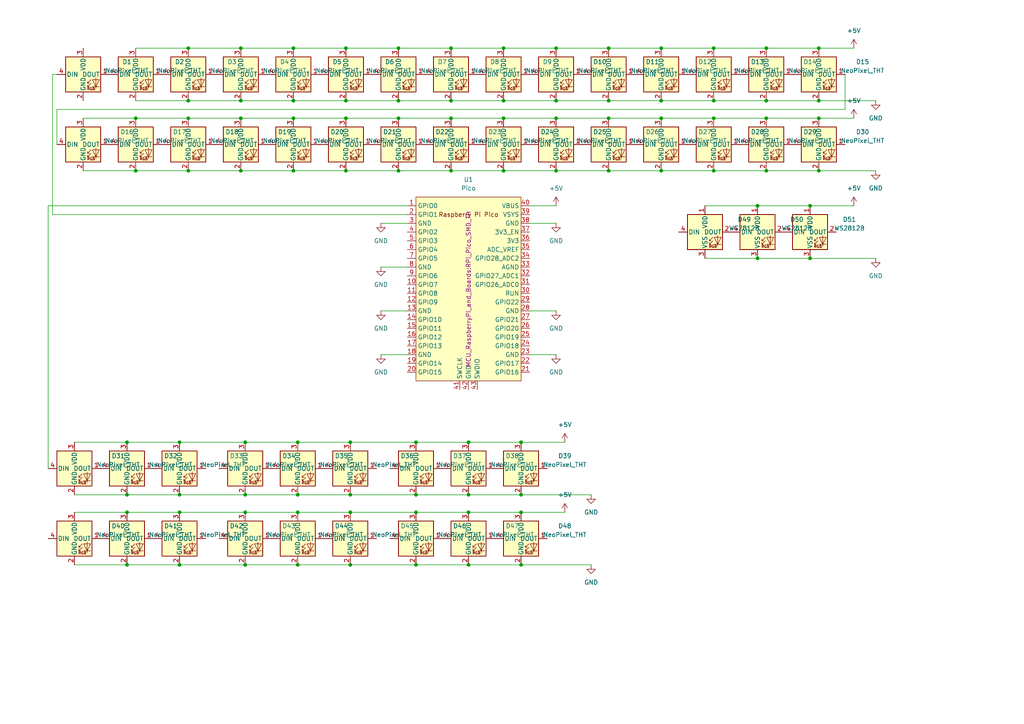
<source format=kicad_sch>
(kicad_sch (version 20230121) (generator eeschema)
  (paper "A4")
  (lib_symbols
    (symbol "LED:NeoPixel_THT" (pin_names (offset 0.254))
      (property "Reference" "D" (at 5.08 5.715 0))
      (property "Value" "NeoPixel_THT" (at 1.27 -5.715 0))
      (symbol "NeoPixel_THT_0_0"
        (text "RGB" (at 2.286 -4.191 0) (effects (font (size 0.762 0.762))))
      )
      (symbol "NeoPixel_THT_0_1"
        (polyline (pts (xy 1.27 -3.556) (xy 1.778 -3.556)))
        (polyline (pts (xy 1.27 -2.54) (xy 1.778 -2.54)))
        (polyline (pts (xy 4.699 -3.556) (xy 2.667 -3.556)))
        (polyline (pts (xy 2.286 -2.54) (xy 1.27 -3.556) (xy 1.27 -3.048)))
        (polyline (pts (xy 2.286 -1.524) (xy 1.27 -2.54) (xy 1.27 -2.032)))
        (polyline (pts (xy 3.683 -1.016) (xy 3.683 -3.556) (xy 3.683 -4.064)))
        (polyline (pts (xy 4.699 -1.524) (xy 2.667 -1.524) (xy 3.683 -3.556) (xy 4.699 -1.524)))
        (rectangle (start 5.08 5.08) (end -5.08 -5.08) (stroke (width 0.254)) (fill (type background)))
      )
      (symbol "NeoPixel_THT_1_1"
        (pin output line (at 7.62 0 180) (length 2.54) (name "DOUT") (number "1"))
        (pin power_in line (at 0 -7.62 90) (length 2.54) (name "GND") (number "2"))
        (pin power_in line (at 0 7.62 270) (length 2.54) (name "VDD") (number "3"))
        (pin input line (at -7.62 0 0) (length 2.54) (name "DIN") (number "4"))
      )
    )
    (symbol "LED:WS2812B" (pin_names (offset 0.254))
      (property "Reference" "D" (at 5.08 5.715 0))
      (property "Value" "WS2812B" (at 1.27 -5.715 0))
      (symbol "WS2812B_0_0"
        (text "RGB" (at 2.286 -4.191 0) (effects (font (size 0.762 0.762))))
      )
      (symbol "WS2812B_0_1"
        (polyline (pts (xy 1.27 -3.556) (xy 1.778 -3.556)))
        (polyline (pts (xy 1.27 -2.54) (xy 1.778 -2.54)))
        (polyline (pts (xy 4.699 -3.556) (xy 2.667 -3.556)))
        (polyline (pts (xy 2.286 -2.54) (xy 1.27 -3.556) (xy 1.27 -3.048)))
        (polyline (pts (xy 2.286 -1.524) (xy 1.27 -2.54) (xy 1.27 -2.032)))
        (polyline (pts (xy 3.683 -1.016) (xy 3.683 -3.556) (xy 3.683 -4.064)))
        (polyline (pts (xy 4.699 -1.524) (xy 2.667 -1.524) (xy 3.683 -3.556) (xy 4.699 -1.524)))
        (rectangle (start 5.08 5.08) (end -5.08 -5.08) (stroke (width 0.254)) (fill (type background)))
      )
      (symbol "WS2812B_1_1"
        (pin power_in line (at 0 7.62 270) (length 2.54) (name "VDD") (number "1"))
        (pin output line (at 7.62 0 180) (length 2.54) (name "DOUT") (number "2"))
        (pin power_in line (at 0 -7.62 90) (length 2.54) (name "VSS") (number "3"))
        (pin input line (at -7.62 0 0) (length 2.54) (name "DIN") (number "4"))
      )
    )
    (symbol "MCU_RaspberryPi_and_Boards:Pico"
      (property "Reference" "U" (at -13.97 27.94 0))
      (property "Value" "Pico" (at 0 19.05 0))
      (symbol "Pico_0_0"
        (text "Raspberry Pi Pico" (at 0 21.59 0) (effects (font (size 1.27 1.27))))
      )
      (symbol "Pico_0_1"
        (rectangle (start -15.24 26.67) (end 15.24 -26.67) (fill (type background)))
      )
      (symbol "Pico_1_1"
        (pin bidirectional line (at -17.78 24.13 0) (length 2.54) (name "GPIO0") (number "1"))
        (pin bidirectional line (at -17.78 1.27 0) (length 2.54) (name "GPIO7") (number "10"))
        (pin bidirectional line (at -17.78 -1.27 0) (length 2.54) (name "GPIO8") (number "11"))
        (pin bidirectional line (at -17.78 -3.81 0) (length 2.54) (name "GPIO9") (number "12"))
        (pin power_in line (at -17.78 -6.35 0) (length 2.54) (name "GND") (number "13"))
        (pin bidirectional line (at -17.78 -8.89 0) (length 2.54) (name "GPIO10") (number "14"))
        (pin bidirectional line (at -17.78 -11.43 0) (length 2.54) (name "GPIO11") (number "15"))
        (pin bidirectional line (at -17.78 -13.97 0) (length 2.54) (name "GPIO12") (number "16"))
        (pin bidirectional line (at -17.78 -16.51 0) (length 2.54) (name "GPIO13") (number "17"))
        (pin power_in line (at -17.78 -19.05 0) (length 2.54) (name "GND") (number "18"))
        (pin bidirectional line (at -17.78 -21.59 0) (length 2.54) (name "GPIO14") (number "19"))
        (pin bidirectional line (at -17.78 21.59 0) (length 2.54) (name "GPIO1") (number "2"))
        (pin bidirectional line (at -17.78 -24.13 0) (length 2.54) (name "GPIO15") (number "20"))
        (pin bidirectional line (at 17.78 -24.13 180) (length 2.54) (name "GPIO16") (number "21"))
        (pin bidirectional line (at 17.78 -21.59 180) (length 2.54) (name "GPIO17") (number "22"))
        (pin power_in line (at 17.78 -19.05 180) (length 2.54) (name "GND") (number "23"))
        (pin bidirectional line (at 17.78 -16.51 180) (length 2.54) (name "GPIO18") (number "24"))
        (pin bidirectional line (at 17.78 -13.97 180) (length 2.54) (name "GPIO19") (number "25"))
        (pin bidirectional line (at 17.78 -11.43 180) (length 2.54) (name "GPIO20") (number "26"))
        (pin bidirectional line (at 17.78 -8.89 180) (length 2.54) (name "GPIO21") (number "27"))
        (pin power_in line (at 17.78 -6.35 180) (length 2.54) (name "GND") (number "28"))
        (pin bidirectional line (at 17.78 -3.81 180) (length 2.54) (name "GPIO22") (number "29"))
        (pin power_in line (at -17.78 19.05 0) (length 2.54) (name "GND") (number "3"))
        (pin input line (at 17.78 -1.27 180) (length 2.54) (name "RUN") (number "30"))
        (pin bidirectional line (at 17.78 1.27 180) (length 2.54) (name "GPIO26_ADC0") (number "31"))
        (pin bidirectional line (at 17.78 3.81 180) (length 2.54) (name "GPIO27_ADC1") (number "32"))
        (pin power_in line (at 17.78 6.35 180) (length 2.54) (name "AGND") (number "33"))
        (pin bidirectional line (at 17.78 8.89 180) (length 2.54) (name "GPIO28_ADC2") (number "34"))
        (pin power_in line (at 17.78 11.43 180) (length 2.54) (name "ADC_VREF") (number "35"))
        (pin power_in line (at 17.78 13.97 180) (length 2.54) (name "3V3") (number "36"))
        (pin input line (at 17.78 16.51 180) (length 2.54) (name "3V3_EN") (number "37"))
        (pin bidirectional line (at 17.78 19.05 180) (length 2.54) (name "GND") (number "38"))
        (pin power_in line (at 17.78 21.59 180) (length 2.54) (name "VSYS") (number "39"))
        (pin bidirectional line (at -17.78 16.51 0) (length 2.54) (name "GPIO2") (number "4"))
        (pin power_in line (at 17.78 24.13 180) (length 2.54) (name "VBUS") (number "40"))
        (pin input line (at -2.54 -29.21 90) (length 2.54) (name "SWCLK") (number "41"))
        (pin power_in line (at 0 -29.21 90) (length 2.54) (name "GND") (number "42"))
        (pin bidirectional line (at 2.54 -29.21 90) (length 2.54) (name "SWDIO") (number "43"))
        (pin bidirectional line (at -17.78 13.97 0) (length 2.54) (name "GPIO3") (number "5"))
        (pin bidirectional line (at -17.78 11.43 0) (length 2.54) (name "GPIO4") (number "6"))
        (pin bidirectional line (at -17.78 8.89 0) (length 2.54) (name "GPIO5") (number "7"))
        (pin power_in line (at -17.78 6.35 0) (length 2.54) (name "GND") (number "8"))
        (pin bidirectional line (at -17.78 3.81 0) (length 2.54) (name "GPIO6") (number "9"))
      )
    )
    (symbol "power:+5V" (power) (pin_names (offset 0))
      (property "Value" "+5V" (at 0 3.556 0))
      (symbol "+5V_0_1"
        (polyline (pts (xy -0.762 1.27) (xy 0 2.54)))
        (polyline (pts (xy 0 0) (xy 0 2.54)))
        (polyline (pts (xy 0 2.54) (xy 0.762 1.27)))
      )
      (symbol "+5V_1_1"
        (pin power_in line (at 0 0 90) (length 0) hide (name "+5V") (number "1"))
      )
    )
    (symbol "power:GND" (power) (pin_names (offset 0))
      (property "Value" "GND" (at 0 -3.81 0))
      (symbol "GND_0_1"
        (polyline (pts (xy 0 0) (xy 0 -1.27) (xy 1.27 -1.27) (xy 0 -2.54) (xy -1.27 -1.27) (xy 0 -1.27)))
      )
      (symbol "GND_1_1"
        (pin power_in line (at 0 0 270) (length 0) hide (name "GND") (number "1"))
      )
    )
  )
  (junction (at 52.07 128.27))
  (junction (at 130.81 13.97))
  (junction (at 120.65 128.27))
  (junction (at 219.71 59.69))
  (junction (at 146.05 13.97))
  (junction (at 191.77 29.21))
  (junction (at 54.61 13.97))
  (junction (at 237.49 13.97))
  (junction (at 222.25 13.97))
  (junction (at 176.53 29.21))
  (junction (at 101.6 128.27))
  (junction (at 36.83 148.59))
  (junction (at 100.33 29.21))
  (junction (at 36.83 143.51))
  (junction (at 207.01 13.97))
  (junction (at 151.13 143.51))
  (junction (at 161.29 34.29))
  (junction (at 120.65 148.59))
  (junction (at 151.13 148.59))
  (junction (at 69.85 13.97))
  (junction (at 237.49 34.29))
  (junction (at 54.61 29.21))
  (junction (at 146.05 29.21))
  (junction (at 86.36 128.27))
  (junction (at 176.53 34.29))
  (junction (at 85.09 13.97))
  (junction (at 36.83 128.27))
  (junction (at 69.85 49.53))
  (junction (at 52.07 143.51))
  (junction (at 85.09 34.29))
  (junction (at 146.05 34.29))
  (junction (at 69.85 34.29))
  (junction (at 176.53 13.97))
  (junction (at 191.77 34.29))
  (junction (at 161.29 49.53))
  (junction (at 54.61 34.29))
  (junction (at 115.57 34.29))
  (junction (at 100.33 49.53))
  (junction (at 135.89 148.59))
  (junction (at 207.01 34.29))
  (junction (at 39.37 34.29))
  (junction (at 222.25 34.29))
  (junction (at 86.36 148.59))
  (junction (at 39.37 49.53))
  (junction (at 130.81 49.53))
  (junction (at 234.95 74.93))
  (junction (at 161.29 29.21))
  (junction (at 176.53 49.53))
  (junction (at 71.12 163.83))
  (junction (at 120.65 143.51))
  (junction (at 52.07 148.59))
  (junction (at 69.85 29.21))
  (junction (at 135.89 143.51))
  (junction (at 101.6 148.59))
  (junction (at 161.29 13.97))
  (junction (at 237.49 29.21))
  (junction (at 101.6 143.51))
  (junction (at 191.77 49.53))
  (junction (at 115.57 29.21))
  (junction (at 191.77 13.97))
  (junction (at 151.13 163.83))
  (junction (at 151.13 128.27))
  (junction (at 100.33 13.97))
  (junction (at 71.12 148.59))
  (junction (at 52.07 163.83))
  (junction (at 146.05 49.53))
  (junction (at 100.33 34.29))
  (junction (at 130.81 29.21))
  (junction (at 130.81 34.29))
  (junction (at 36.83 163.83))
  (junction (at 135.89 128.27))
  (junction (at 71.12 143.51))
  (junction (at 207.01 49.53))
  (junction (at 234.95 59.69))
  (junction (at 86.36 163.83))
  (junction (at 54.61 49.53))
  (junction (at 101.6 163.83))
  (junction (at 219.71 74.93))
  (junction (at 86.36 143.51))
  (junction (at 222.25 29.21))
  (junction (at 85.09 29.21))
  (junction (at 85.09 49.53))
  (junction (at 71.12 128.27))
  (junction (at 237.49 49.53))
  (junction (at 115.57 13.97))
  (junction (at 135.89 163.83))
  (junction (at 115.57 49.53))
  (junction (at 222.25 49.53))
  (junction (at 207.01 29.21))
  (junction (at 120.65 163.83))
  (wire (pts (xy 153.67 102.87) (xy 161.29 102.87)))
  (wire (pts (xy 13.97 59.69) (xy 13.97 135.89)))
  (wire (pts (xy 24.13 34.29) (xy 39.37 34.29)))
  (wire (pts (xy 151.13 128.27) (xy 163.83 128.27)))
  (wire (pts (xy 219.71 59.69) (xy 234.95 59.69)))
  (wire (pts (xy 110.49 90.17) (xy 118.11 90.17)))
  (wire (pts (xy 135.89 143.51) (xy 151.13 143.51)))
  (wire (pts (xy 54.61 49.53) (xy 69.85 49.53)))
  (wire (pts (xy 204.47 59.69) (xy 219.71 59.69)))
  (wire (pts (xy 191.77 34.29) (xy 207.01 34.29)))
  (wire (pts (xy 24.13 49.53) (xy 39.37 49.53)))
  (wire (pts (xy 86.36 143.51) (xy 101.6 143.51)))
  (wire (pts (xy 207.01 29.21) (xy 222.25 29.21)))
  (wire (pts (xy 85.09 49.53) (xy 100.33 49.53)))
  (wire (pts (xy 54.61 34.29) (xy 69.85 34.29)))
  (wire (pts (xy 21.59 143.51) (xy 36.83 143.51)))
  (wire (pts (xy 71.12 143.51) (xy 86.36 143.51)))
  (wire (pts (xy 86.36 128.27) (xy 101.6 128.27)))
  (wire (pts (xy 39.37 13.97) (xy 54.61 13.97)))
  (wire (pts (xy 207.01 34.29) (xy 222.25 34.29)))
  (wire (pts (xy 52.07 148.59) (xy 71.12 148.59)))
  (wire (pts (xy 52.07 143.51) (xy 71.12 143.51)))
  (wire (pts (xy 153.67 64.77) (xy 161.29 64.77)))
  (wire (pts (xy 36.83 128.27) (xy 52.07 128.27)))
  (wire (pts (xy 69.85 34.29) (xy 85.09 34.29)))
  (wire (pts (xy 146.05 29.21) (xy 161.29 29.21)))
  (wire (pts (xy 237.49 34.29) (xy 247.65 34.29)))
  (wire (pts (xy 100.33 49.53) (xy 115.57 49.53)))
  (wire (pts (xy 52.07 163.83) (xy 71.12 163.83)))
  (wire (pts (xy 146.05 49.53) (xy 161.29 49.53)))
  (wire (pts (xy 100.33 29.21) (xy 115.57 29.21)))
  (wire (pts (xy 146.05 13.97) (xy 161.29 13.97)))
  (wire (pts (xy 130.81 34.29) (xy 146.05 34.29)))
  (wire (pts (xy 222.25 29.21) (xy 237.49 29.21)))
  (wire (pts (xy 153.67 90.17) (xy 161.29 90.17)))
  (wire (pts (xy 130.81 49.53) (xy 146.05 49.53)))
  (wire (pts (xy 176.53 13.97) (xy 191.77 13.97)))
  (wire (pts (xy 219.71 74.93) (xy 234.95 74.93)))
  (wire (pts (xy 176.53 29.21) (xy 191.77 29.21)))
  (wire (pts (xy 245.11 21.59) (xy 245.11 31.75)))
  (wire (pts (xy 176.53 49.53) (xy 191.77 49.53)))
  (wire (pts (xy 115.57 34.29) (xy 130.81 34.29)))
  (wire (pts (xy 71.12 148.59) (xy 86.36 148.59)))
  (wire (pts (xy 86.36 148.59) (xy 101.6 148.59)))
  (wire (pts (xy 135.89 148.59) (xy 151.13 148.59)))
  (wire (pts (xy 191.77 49.53) (xy 207.01 49.53)))
  (wire (pts (xy 115.57 13.97) (xy 130.81 13.97)))
  (wire (pts (xy 100.33 13.97) (xy 115.57 13.97)))
  (wire (pts (xy 234.95 59.69) (xy 247.65 59.69)))
  (wire (pts (xy 222.25 34.29) (xy 237.49 34.29)))
  (wire (pts (xy 176.53 34.29) (xy 191.77 34.29)))
  (wire (pts (xy 21.59 148.59) (xy 36.83 148.59)))
  (wire (pts (xy 237.49 29.21) (xy 254 29.21)))
  (wire (pts (xy 69.85 13.97) (xy 85.09 13.97)))
  (wire (pts (xy 161.29 13.97) (xy 176.53 13.97)))
  (wire (pts (xy 118.11 62.23) (xy 15.24 62.23)))
  (wire (pts (xy 36.83 148.59) (xy 52.07 148.59)))
  (wire (pts (xy 120.65 148.59) (xy 135.89 148.59)))
  (wire (pts (xy 21.59 128.27) (xy 36.83 128.27)))
  (wire (pts (xy 39.37 34.29) (xy 54.61 34.29)))
  (wire (pts (xy 234.95 74.93) (xy 254 74.93)))
  (wire (pts (xy 245.11 31.75) (xy 16.51 31.75)))
  (wire (pts (xy 13.97 59.69) (xy 118.11 59.69)))
  (wire (pts (xy 100.33 34.29) (xy 115.57 34.29)))
  (wire (pts (xy 110.49 64.77) (xy 118.11 64.77)))
  (wire (pts (xy 191.77 13.97) (xy 207.01 13.97)))
  (wire (pts (xy 101.6 163.83) (xy 120.65 163.83)))
  (wire (pts (xy 54.61 29.21) (xy 69.85 29.21)))
  (wire (pts (xy 120.65 128.27) (xy 135.89 128.27)))
  (wire (pts (xy 110.49 102.87) (xy 118.11 102.87)))
  (wire (pts (xy 151.13 163.83) (xy 171.45 163.83)))
  (wire (pts (xy 135.89 163.83) (xy 151.13 163.83)))
  (wire (pts (xy 101.6 143.51) (xy 120.65 143.51)))
  (wire (pts (xy 115.57 29.21) (xy 130.81 29.21)))
  (wire (pts (xy 52.07 128.27) (xy 71.12 128.27)))
  (wire (pts (xy 39.37 29.21) (xy 54.61 29.21)))
  (wire (pts (xy 36.83 143.51) (xy 52.07 143.51)))
  (wire (pts (xy 204.47 74.93) (xy 219.71 74.93)))
  (wire (pts (xy 130.81 13.97) (xy 146.05 13.97)))
  (wire (pts (xy 130.81 29.21) (xy 146.05 29.21)))
  (wire (pts (xy 71.12 163.83) (xy 86.36 163.83)))
  (wire (pts (xy 85.09 29.21) (xy 100.33 29.21)))
  (wire (pts (xy 36.83 163.83) (xy 52.07 163.83)))
  (wire (pts (xy 16.51 21.59) (xy 15.24 21.59)))
  (wire (pts (xy 237.49 13.97) (xy 247.65 13.97)))
  (wire (pts (xy 135.89 128.27) (xy 151.13 128.27)))
  (wire (pts (xy 207.01 13.97) (xy 222.25 13.97)))
  (wire (pts (xy 237.49 49.53) (xy 254 49.53)))
  (wire (pts (xy 120.65 163.83) (xy 135.89 163.83)))
  (wire (pts (xy 151.13 143.51) (xy 171.45 143.51)))
  (wire (pts (xy 39.37 49.53) (xy 54.61 49.53)))
  (wire (pts (xy 85.09 34.29) (xy 100.33 34.29)))
  (wire (pts (xy 71.12 128.27) (xy 86.36 128.27)))
  (wire (pts (xy 16.51 31.75) (xy 16.51 41.91)))
  (wire (pts (xy 161.29 34.29) (xy 176.53 34.29)))
  (wire (pts (xy 153.67 59.69) (xy 161.29 59.69)))
  (wire (pts (xy 86.36 163.83) (xy 101.6 163.83)))
  (wire (pts (xy 101.6 128.27) (xy 120.65 128.27)))
  (wire (pts (xy 222.25 13.97) (xy 237.49 13.97)))
  (wire (pts (xy 101.6 148.59) (xy 120.65 148.59)))
  (wire (pts (xy 54.61 13.97) (xy 69.85 13.97)))
  (wire (pts (xy 161.29 49.53) (xy 176.53 49.53)))
  (wire (pts (xy 161.29 29.21) (xy 176.53 29.21)))
  (wire (pts (xy 222.25 49.53) (xy 237.49 49.53)))
  (wire (pts (xy 15.24 21.59) (xy 15.24 62.23)))
  (wire (pts (xy 207.01 49.53) (xy 222.25 49.53)))
  (wire (pts (xy 120.65 143.51) (xy 135.89 143.51)))
  (wire (pts (xy 21.59 163.83) (xy 36.83 163.83)))
  (wire (pts (xy 85.09 13.97) (xy 100.33 13.97)))
  (wire (pts (xy 69.85 49.53) (xy 85.09 49.53)))
  (wire (pts (xy 69.85 29.21) (xy 85.09 29.21)))
  (wire (pts (xy 115.57 49.53) (xy 130.81 49.53)))
  (wire (pts (xy 151.13 148.59) (xy 163.83 148.59)))
  (wire (pts (xy 110.49 77.47) (xy 118.11 77.47)))
  (wire (pts (xy 146.05 34.29) (xy 161.29 34.29)))
  (wire (pts (xy 191.77 29.21) (xy 207.01 29.21)))
  (symbol (lib_id "LED:NeoPixel_THT") (at 120.65 135.89 0) (unit 1)
    (property "Reference" "D37" (at 133.35 132.2421 0))
    (property "Value" "NeoPixel_THT" (at 133.35 134.7821 0))
    (property "Footprint" "Custom Footprint Library:LED_D5.0mm-4_RGB_Circular_Margin" (effects hide))
    (property "Datasheet" "https://www.adafruit.com/product/1938" (effects hide))
  )
  (symbol (lib_id "LED:NeoPixel_THT") (at 54.61 41.91 0) (unit 1)
    (property "Reference" "D18" (at 67.31 38.2621 0))
    (property "Value" "NeoPixel_THT" (at 67.31 40.8021 0))
    (property "Footprint" "Custom Footprint Library:LED_D5.0mm-4_RGB_Circular_Margin" (effects hide))
    (property "Datasheet" "https://www.adafruit.com/product/1938" (effects hide))
  )
  (symbol (lib_id "LED:NeoPixel_THT") (at 176.53 21.59 0) (unit 1)
    (property "Reference" "D11" (at 189.23 17.9421 0))
    (property "Value" "NeoPixel_THT" (at 189.23 20.4821 0))
    (property "Footprint" "Custom Footprint Library:LED_D5.0mm-4_RGB_Circular_Margin" (effects hide))
    (property "Datasheet" "https://www.adafruit.com/product/1938" (effects hide))
  )
  (symbol (lib_id "LED:NeoPixel_THT") (at 161.29 41.91 0) (unit 1)
    (property "Reference" "D25" (at 173.99 38.2621 0))
    (property "Value" "NeoPixel_THT" (at 173.99 40.8021 0))
    (property "Footprint" "Custom Footprint Library:LED_D5.0mm-4_RGB_Circular_Margin" (effects hide))
    (property "Datasheet" "https://www.adafruit.com/product/1938" (effects hide))
  )
  (symbol (lib_id "LED:WS2812B") (at 234.95 67.31 0) (unit 1)
    (property "Reference" "D51" (at 246.38 63.6621 0))
    (property "Value" "WS2812B" (at 246.38 66.2021 0))
    (property "Footprint" "LED_SMD:LED_WS2812B_PLCC4_5.0x5.0mm_P3.2mm" (effects hide))
    (property "Datasheet" "https://cdn-shop.adafruit.com/datasheets/WS2812B.pdf" (effects hide))
  )
  (symbol (lib_id "LED:NeoPixel_THT") (at 69.85 21.59 0) (unit 1)
    (property "Reference" "D4" (at 82.55 17.9421 0))
    (property "Value" "NeoPixel_THT" (at 82.55 20.4821 0))
    (property "Footprint" "Custom Footprint Library:LED_D5.0mm-4_RGB_Circular_Margin" (effects hide))
    (property "Datasheet" "https://www.adafruit.com/product/1938" (effects hide))
  )
  (symbol (lib_id "power:GND") (at 110.49 102.87 0) (unit 1)
    (property "Reference" "#PWR05" (effects hide))
    (property "Value" "GND" (at 110.49 107.95 0))
  )
  (symbol (lib_id "power:GND") (at 254 74.93 0) (unit 1)
    (property "Reference" "#PWR017" (effects hide))
    (property "Value" "GND" (at 254 80.01 0))
  )
  (symbol (lib_id "LED:NeoPixel_THT") (at 52.07 156.21 0) (unit 1)
    (property "Reference" "D42" (at 68.58 152.5621 0))
    (property "Value" "NeoPixel_THT" (at 64.77 155.1021 0))
    (property "Footprint" "Custom Footprint Library:LED_D5.0mm-4_RGB_Circular_Margin" (effects hide))
    (property "Datasheet" "https://www.adafruit.com/product/1938" (effects hide))
  )
  (symbol (lib_id "power:GND") (at 161.29 90.17 0) (unit 1)
    (property "Reference" "#PWR02" (effects hide))
    (property "Value" "GND" (at 161.29 95.25 0))
  )
  (symbol (lib_id "LED:NeoPixel_THT") (at 101.6 156.21 0) (unit 1)
    (property "Reference" "D45" (at 118.11 152.5621 0))
    (property "Value" "NeoPixel_THT" (at 114.3 155.1021 0))
    (property "Footprint" "Custom Footprint Library:LED_D5.0mm-4_RGB_Circular_Margin" (effects hide))
    (property "Datasheet" "https://www.adafruit.com/product/1938" (effects hide))
  )
  (symbol (lib_id "LED:NeoPixel_THT") (at 151.13 156.21 0) (unit 1)
    (property "Reference" "D48" (at 163.83 152.5621 0))
    (property "Value" "NeoPixel_THT" (at 163.83 155.1021 0))
    (property "Footprint" "Custom Footprint Library:LED_D5.0mm-4_RGB_Circular_Margin" (effects hide))
    (property "Datasheet" "https://www.adafruit.com/product/1938" (effects hide))
  )
  (symbol (lib_id "LED:NeoPixel_THT") (at 69.85 41.91 0) (unit 1)
    (property "Reference" "D19" (at 82.55 38.2621 0))
    (property "Value" "NeoPixel_THT" (at 82.55 40.8021 0))
    (property "Footprint" "Custom Footprint Library:LED_D5.0mm-4_RGB_Circular_Margin" (effects hide))
    (property "Datasheet" "https://www.adafruit.com/product/1938" (effects hide))
  )
  (symbol (lib_id "LED:NeoPixel_THT") (at 222.25 21.59 0) (unit 1)
    (property "Reference" "D14" (at 234.95 17.9421 0))
    (property "Value" "NeoPixel_THT" (at 234.95 20.4821 0))
    (property "Footprint" "Custom Footprint Library:LED_D5.0mm-4_RGB_Circular_Margin" (effects hide))
    (property "Datasheet" "https://www.adafruit.com/product/1938" (effects hide))
  )
  (symbol (lib_id "LED:NeoPixel_THT") (at 39.37 21.59 0) (unit 1)
    (property "Reference" "D2" (at 52.07 17.9421 0))
    (property "Value" "NeoPixel_THT" (at 52.07 20.4821 0))
    (property "Footprint" "Custom Footprint Library:LED_D5.0mm-4_RGB_Circular_Margin" (effects hide))
    (property "Datasheet" "https://www.adafruit.com/product/1938" (effects hide))
  )
  (symbol (lib_id "LED:NeoPixel_THT") (at 146.05 21.59 0) (unit 1)
    (property "Reference" "D9" (at 158.75 17.9421 0))
    (property "Value" "NeoPixel_THT" (at 158.75 20.4821 0))
    (property "Footprint" "Custom Footprint Library:LED_D5.0mm-4_RGB_Circular_Margin" (effects hide))
    (property "Datasheet" "https://www.adafruit.com/product/1938" (effects hide))
  )
  (symbol (lib_id "LED:NeoPixel_THT") (at 100.33 41.91 0) (unit 1)
    (property "Reference" "D21" (at 113.03 38.2621 0))
    (property "Value" "NeoPixel_THT" (at 113.03 40.8021 0))
    (property "Footprint" "Custom Footprint Library:LED_D5.0mm-4_RGB_Circular_Margin" (effects hide))
    (property "Datasheet" "https://www.adafruit.com/product/1938" (effects hide))
  )
  (symbol (lib_id "LED:NeoPixel_THT") (at 101.6 135.89 0) (unit 1)
    (property "Reference" "D36" (at 118.11 132.2421 0))
    (property "Value" "NeoPixel_THT" (at 114.3 134.7821 0))
    (property "Footprint" "Custom Footprint Library:LED_D5.0mm-4_RGB_Circular_Margin" (effects hide))
    (property "Datasheet" "https://www.adafruit.com/product/1938" (effects hide))
  )
  (symbol (lib_id "LED:NeoPixel_THT") (at 207.01 21.59 0) (unit 1)
    (property "Reference" "D13" (at 219.71 17.9421 0))
    (property "Value" "NeoPixel_THT" (at 219.71 20.4821 0))
    (property "Footprint" "Custom Footprint Library:LED_D5.0mm-4_RGB_Circular_Margin" (effects hide))
    (property "Datasheet" "https://www.adafruit.com/product/1938" (effects hide))
  )
  (symbol (lib_id "LED:NeoPixel_THT") (at 151.13 135.89 0) (unit 1)
    (property "Reference" "D39" (at 163.83 132.2421 0))
    (property "Value" "NeoPixel_THT" (at 163.83 134.7821 0))
    (property "Footprint" "Custom Footprint Library:LED_D5.0mm-4_RGB_Circular_Margin" (effects hide))
    (property "Datasheet" "https://www.adafruit.com/product/1938" (effects hide))
  )
  (symbol (lib_id "LED:NeoPixel_THT") (at 130.81 21.59 0) (unit 1)
    (property "Reference" "D8" (at 143.51 17.9421 0))
    (property "Value" "NeoPixel_THT" (at 143.51 20.4821 0))
    (property "Footprint" "Custom Footprint Library:LED_D5.0mm-4_RGB_Circular_Margin" (effects hide))
    (property "Datasheet" "https://www.adafruit.com/product/1938" (effects hide))
  )
  (symbol (lib_id "LED:NeoPixel_THT") (at 237.49 41.91 0) (unit 1)
    (property "Reference" "D30" (at 250.19 38.2621 0))
    (property "Value" "NeoPixel_THT" (at 250.19 40.8021 0))
    (property "Footprint" "Custom Footprint Library:LED_D5.0mm-4_RGB_Circular_Margin" (effects hide))
    (property "Datasheet" "https://www.adafruit.com/product/1938" (effects hide))
  )
  (symbol (lib_id "power:GND") (at 110.49 64.77 0) (unit 1)
    (property "Reference" "#PWR04" (effects hide))
    (property "Value" "GND" (at 110.49 69.85 0))
  )
  (symbol (lib_id "LED:NeoPixel_THT") (at 36.83 135.89 0) (unit 1)
    (property "Reference" "D32" (at 49.53 132.2421 0))
    (property "Value" "NeoPixel_THT" (at 49.53 134.7821 0))
    (property "Footprint" "Custom Footprint Library:LED_D5.0mm-4_RGB_Circular_Margin" (effects hide))
    (property "Datasheet" "https://www.adafruit.com/product/1938" (effects hide))
  )
  (symbol (lib_id "LED:NeoPixel_THT") (at 207.01 41.91 0) (unit 1)
    (property "Reference" "D28" (at 219.71 38.2621 0))
    (property "Value" "NeoPixel_THT" (at 219.71 40.8021 0))
    (property "Footprint" "Custom Footprint Library:LED_D5.0mm-4_RGB_Circular_Margin" (effects hide))
    (property "Datasheet" "https://www.adafruit.com/product/1938" (effects hide))
  )
  (symbol (lib_id "LED:WS2812B") (at 219.71 67.31 0) (unit 1)
    (property "Reference" "D50" (at 231.14 63.6621 0))
    (property "Value" "WS2812B" (at 231.14 66.2021 0))
    (property "Footprint" "LED_SMD:LED_WS2812B_PLCC4_5.0x5.0mm_P3.2mm" (effects hide))
    (property "Datasheet" "https://cdn-shop.adafruit.com/datasheets/WS2812B.pdf" (effects hide))
  )
  (symbol (lib_id "LED:WS2812B") (at 204.47 67.31 0) (unit 1)
    (property "Reference" "D49" (at 215.9 63.6621 0))
    (property "Value" "WS2812B" (at 215.9 66.2021 0))
    (property "Footprint" "LED_SMD:LED_WS2812B_PLCC4_5.0x5.0mm_P3.2mm" (effects hide))
    (property "Datasheet" "https://cdn-shop.adafruit.com/datasheets/WS2812B.pdf" (effects hide))
  )
  (symbol (lib_id "LED:NeoPixel_THT") (at 176.53 41.91 0) (unit 1)
    (property "Reference" "D26" (at 189.23 38.2621 0))
    (property "Value" "NeoPixel_THT" (at 189.23 40.8021 0))
    (property "Footprint" "Custom Footprint Library:LED_D5.0mm-4_RGB_Circular_Margin" (effects hide))
    (property "Datasheet" "https://www.adafruit.com/product/1938" (effects hide))
  )
  (symbol (lib_id "power:GND") (at 110.49 90.17 0) (unit 1)
    (property "Reference" "#PWR01" (effects hide))
    (property "Value" "GND" (at 110.49 95.25 0))
  )
  (symbol (lib_id "LED:NeoPixel_THT") (at 120.65 156.21 0) (unit 1)
    (property "Reference" "D46" (at 133.35 152.5621 0))
    (property "Value" "NeoPixel_THT" (at 133.35 155.1021 0))
    (property "Footprint" "Custom Footprint Library:LED_D5.0mm-4_RGB_Circular_Margin" (effects hide))
    (property "Datasheet" "https://www.adafruit.com/product/1938" (effects hide))
  )
  (symbol (lib_id "LED:NeoPixel_THT") (at 85.09 21.59 0) (unit 1)
    (property "Reference" "D5" (at 97.79 17.9421 0))
    (property "Value" "NeoPixel_THT" (at 97.79 20.4821 0))
    (property "Footprint" "Custom Footprint Library:LED_D5.0mm-4_RGB_Circular_Margin" (effects hide))
    (property "Datasheet" "https://www.adafruit.com/product/1938" (effects hide))
  )
  (symbol (lib_id "LED:NeoPixel_THT") (at 161.29 21.59 0) (unit 1)
    (property "Reference" "D10" (at 173.99 17.9421 0))
    (property "Value" "NeoPixel_THT" (at 173.99 20.4821 0))
    (property "Footprint" "Custom Footprint Library:LED_D5.0mm-4_RGB_Circular_Margin" (effects hide))
    (property "Datasheet" "https://www.adafruit.com/product/1938" (effects hide))
  )
  (symbol (lib_id "power:+5V") (at 163.83 128.27 0) (unit 1)
    (property "Reference" "#PWR013" (effects hide))
    (property "Value" "+5V" (at 163.83 123.19 0))
  )
  (symbol (lib_id "LED:NeoPixel_THT") (at 135.89 135.89 0) (unit 1)
    (property "Reference" "D38" (at 148.59 132.2421 0))
    (property "Value" "NeoPixel_THT" (at 148.59 134.7821 0))
    (property "Footprint" "Custom Footprint Library:LED_D5.0mm-4_RGB_Circular_Margin" (effects hide))
    (property "Datasheet" "https://www.adafruit.com/product/1938" (effects hide))
  )
  (symbol (lib_id "LED:NeoPixel_THT") (at 146.05 41.91 0) (unit 1)
    (property "Reference" "D24" (at 158.75 38.2621 0))
    (property "Value" "NeoPixel_THT" (at 158.75 40.8021 0))
    (property "Footprint" "Custom Footprint Library:LED_D5.0mm-4_RGB_Circular_Margin" (effects hide))
    (property "Datasheet" "https://www.adafruit.com/product/1938" (effects hide))
  )
  (symbol (lib_id "LED:NeoPixel_THT") (at 135.89 156.21 0) (unit 1)
    (property "Reference" "D47" (at 148.59 152.5621 0))
    (property "Value" "NeoPixel_THT" (at 148.59 155.1021 0))
    (property "Footprint" "Custom Footprint Library:LED_D5.0mm-4_RGB_Circular_Margin" (effects hide))
    (property "Datasheet" "https://www.adafruit.com/product/1938" (effects hide))
  )
  (symbol (lib_id "LED:NeoPixel_THT") (at 24.13 41.91 0) (unit 1)
    (property "Reference" "D16" (at 36.83 38.2621 0))
    (property "Value" "NeoPixel_THT" (at 36.83 40.8021 0))
    (property "Footprint" "Custom Footprint Library:LED_D5.0mm-4_RGB_Circular_Margin" (effects hide))
    (property "Datasheet" "https://www.adafruit.com/product/1938" (effects hide))
  )
  (symbol (lib_id "LED:NeoPixel_THT") (at 86.36 135.89 0) (unit 1)
    (property "Reference" "D35" (at 99.06 132.2421 0))
    (property "Value" "NeoPixel_THT" (at 99.06 134.7821 0))
    (property "Footprint" "Custom Footprint Library:LED_D5.0mm-4_RGB_Circular_Margin" (effects hide))
    (property "Datasheet" "https://www.adafruit.com/product/1938" (effects hide))
  )
  (symbol (lib_id "LED:NeoPixel_THT") (at 115.57 41.91 0) (unit 1)
    (property "Reference" "D22" (at 128.27 38.2621 0))
    (property "Value" "NeoPixel_THT" (at 128.27 40.8021 0))
    (property "Footprint" "Custom Footprint Library:LED_D5.0mm-4_RGB_Circular_Margin" (effects hide))
    (property "Datasheet" "https://www.adafruit.com/product/1938" (effects hide))
  )
  (symbol (lib_id "power:GND") (at 110.49 77.47 0) (unit 1)
    (property "Reference" "#PWR012" (effects hide))
    (property "Value" "GND" (at 110.49 82.55 0))
  )
  (symbol (lib_id "LED:NeoPixel_THT") (at 130.81 41.91 0) (unit 1)
    (property "Reference" "D23" (at 143.51 38.2621 0))
    (property "Value" "NeoPixel_THT" (at 143.51 40.8021 0))
    (property "Footprint" "Custom Footprint Library:LED_D5.0mm-4_RGB_Circular_Margin" (effects hide))
    (property "Datasheet" "https://www.adafruit.com/product/1938" (effects hide))
  )
  (symbol (lib_id "LED:NeoPixel_THT") (at 222.25 41.91 0) (unit 1)
    (property "Reference" "D29" (at 234.95 38.2621 0))
    (property "Value" "NeoPixel_THT" (at 234.95 40.8021 0))
    (property "Footprint" "Custom Footprint Library:LED_D5.0mm-4_RGB_Circular_Margin" (effects hide))
    (property "Datasheet" "https://www.adafruit.com/product/1938" (effects hide))
  )
  (symbol (lib_id "power:GND") (at 161.29 102.87 0) (unit 1)
    (property "Reference" "#PWR06" (effects hide))
    (property "Value" "GND" (at 161.29 107.95 0))
  )
  (symbol (lib_id "LED:NeoPixel_THT") (at 191.77 21.59 0) (unit 1)
    (property "Reference" "D12" (at 204.47 17.9421 0))
    (property "Value" "NeoPixel_THT" (at 204.47 20.4821 0))
    (property "Footprint" "Custom Footprint Library:LED_D5.0mm-4_RGB_Circular_Margin" (effects hide))
    (property "Datasheet" "https://www.adafruit.com/product/1938" (effects hide))
  )
  (symbol (lib_id "power:GND") (at 171.45 163.83 0) (unit 1)
    (property "Reference" "#PWR016" (effects hide))
    (property "Value" "GND" (at 171.45 168.91 0))
  )
  (symbol (lib_id "power:+5V") (at 247.65 13.97 0) (unit 1)
    (property "Reference" "#PWR08" (effects hide))
    (property "Value" "+5V" (at 247.65 8.89 0))
  )
  (symbol (lib_id "LED:NeoPixel_THT") (at 85.09 41.91 0) (unit 1)
    (property "Reference" "D20" (at 97.79 38.2621 0))
    (property "Value" "NeoPixel_THT" (at 97.79 40.8021 0))
    (property "Footprint" "Custom Footprint Library:LED_D5.0mm-4_RGB_Circular_Margin" (effects hide))
    (property "Datasheet" "https://www.adafruit.com/product/1938" (effects hide))
  )
  (symbol (lib_id "power:GND") (at 254 29.21 0) (unit 1)
    (property "Reference" "#PWR011" (effects hide))
    (property "Value" "GND" (at 254 34.29 0))
  )
  (symbol (lib_id "LED:NeoPixel_THT") (at 71.12 156.21 0) (unit 1)
    (property "Reference" "D43" (at 83.82 152.5621 0))
    (property "Value" "NeoPixel_THT" (at 83.82 155.1021 0))
    (property "Footprint" "Custom Footprint Library:LED_D5.0mm-4_RGB_Circular_Margin" (effects hide))
    (property "Datasheet" "https://www.adafruit.com/product/1938" (effects hide))
  )
  (symbol (lib_id "LED:NeoPixel_THT") (at 52.07 135.89 0) (unit 1)
    (property "Reference" "D33" (at 68.58 132.2421 0))
    (property "Value" "NeoPixel_THT" (at 64.77 134.7821 0))
    (property "Footprint" "Custom Footprint Library:LED_D5.0mm-4_RGB_Circular_Margin" (effects hide))
    (property "Datasheet" "https://www.adafruit.com/product/1938" (effects hide))
  )
  (symbol (lib_id "power:+5V") (at 163.83 148.59 0) (unit 1)
    (property "Reference" "#PWR014" (effects hide))
    (property "Value" "+5V" (at 163.83 143.51 0))
  )
  (symbol (lib_id "power:+5V") (at 247.65 59.69 0) (unit 1)
    (property "Reference" "#PWR018" (effects hide))
    (property "Value" "+5V" (at 247.65 54.61 0))
  )
  (symbol (lib_id "LED:NeoPixel_THT") (at 100.33 21.59 0) (unit 1)
    (property "Reference" "D6" (at 113.03 17.9421 0))
    (property "Value" "NeoPixel_THT" (at 113.03 20.4821 0))
    (property "Footprint" "Custom Footprint Library:LED_D5.0mm-4_RGB_Circular_Margin" (effects hide))
    (property "Datasheet" "https://www.adafruit.com/product/1938" (effects hide))
  )
  (symbol (lib_id "LED:NeoPixel_THT") (at 36.83 156.21 0) (unit 1)
    (property "Reference" "D41" (at 49.53 152.5621 0))
    (property "Value" "NeoPixel_THT" (at 49.53 155.1021 0))
    (property "Footprint" "Custom Footprint Library:LED_D5.0mm-4_RGB_Circular_Margin" (effects hide))
    (property "Datasheet" "https://www.adafruit.com/product/1938" (effects hide))
  )
  (symbol (lib_id "LED:NeoPixel_THT") (at 39.37 41.91 0) (unit 1)
    (property "Reference" "D17" (at 52.07 38.2621 0))
    (property "Value" "NeoPixel_THT" (at 52.07 40.8021 0))
    (property "Footprint" "Custom Footprint Library:LED_D5.0mm-4_RGB_Circular_Margin" (effects hide))
    (property "Datasheet" "https://www.adafruit.com/product/1938" (effects hide))
  )
  (symbol (lib_id "LED:NeoPixel_THT") (at 21.59 156.21 0) (unit 1)
    (property "Reference" "D40" (at 34.29 152.5621 0))
    (property "Value" "NeoPixel_THT" (at 34.29 155.1021 0))
    (property "Footprint" "Custom Footprint Library:LED_D5.0mm-4_RGB_Circular_Margin" (effects hide))
    (property "Datasheet" "https://www.adafruit.com/product/1938" (effects hide))
  )
  (symbol (lib_id "LED:NeoPixel_THT") (at 54.61 21.59 0) (unit 1)
    (property "Reference" "D3" (at 67.31 17.9421 0))
    (property "Value" "NeoPixel_THT" (at 67.31 20.4821 0))
    (property "Footprint" "Custom Footprint Library:LED_D5.0mm-4_RGB_Circular_Margin" (effects hide))
    (property "Datasheet" "https://www.adafruit.com/product/1938" (effects hide))
  )
  (symbol (lib_id "LED:NeoPixel_THT") (at 71.12 135.89 0) (unit 1)
    (property "Reference" "D34" (at 83.82 132.2421 0))
    (property "Value" "NeoPixel_THT" (at 83.82 134.7821 0))
    (property "Footprint" "Custom Footprint Library:LED_D5.0mm-4_RGB_Circular_Margin" (effects hide))
    (property "Datasheet" "https://www.adafruit.com/product/1938" (effects hide))
  )
  (symbol (lib_id "power:GND") (at 171.45 143.51 0) (unit 1)
    (property "Reference" "#PWR015" (effects hide))
    (property "Value" "GND" (at 171.45 148.59 0))
  )
  (symbol (lib_id "power:GND") (at 161.29 64.77 0) (unit 1)
    (property "Reference" "#PWR03" (effects hide))
    (property "Value" "GND" (at 161.29 69.85 0))
  )
  (symbol (lib_id "power:+5V") (at 247.65 34.29 0) (unit 1)
    (property "Reference" "#PWR09" (effects hide))
    (property "Value" "+5V" (at 247.65 29.21 0))
  )
  (symbol (lib_id "MCU_RaspberryPi_and_Boards:Pico") (at 135.89 83.82 0) (unit 1)
    (property "Reference" "U1" (at 135.89 52.07 0))
    (property "Value" "Pico" (at 135.89 54.61 0))
    (property "Footprint" "MCU_RaspberryPi_and_Boards:RPi_Pico_SMD_TH" (at 135.89 83.82 90))
  )
  (symbol (lib_id "power:+5V") (at 161.29 59.69 0) (unit 1)
    (property "Reference" "#PWR07" (effects hide))
    (property "Value" "+5V" (at 161.29 54.61 0))
  )
  (symbol (lib_id "LED:NeoPixel_THT") (at 237.49 21.59 0) (unit 1)
    (property "Reference" "D15" (at 250.19 17.9421 0))
    (property "Value" "NeoPixel_THT" (at 250.19 20.4821 0))
    (property "Footprint" "Custom Footprint Library:LED_D5.0mm-4_RGB_Circular_Margin" (effects hide))
    (property "Datasheet" "https://www.adafruit.com/product/1938" (effects hide))
  )
  (symbol (lib_id "LED:NeoPixel_THT") (at 24.13 21.59 0) (unit 1)
    (property "Reference" "D1" (at 36.83 17.9421 0))
    (property "Value" "NeoPixel_THT" (at 36.83 20.4821 0))
    (property "Footprint" "Custom Footprint Library:LED_D5.0mm-4_RGB_Circular_Margin" (effects hide))
    (property "Datasheet" "https://www.adafruit.com/product/1938" (effects hide))
  )
  (symbol (lib_id "LED:NeoPixel_THT") (at 191.77 41.91 0) (unit 1)
    (property "Reference" "D27" (at 204.47 38.2621 0))
    (property "Value" "NeoPixel_THT" (at 204.47 40.8021 0))
    (property "Footprint" "Custom Footprint Library:LED_D5.0mm-4_RGB_Circular_Margin" (effects hide))
    (property "Datasheet" "https://www.adafruit.com/product/1938" (effects hide))
  )
  (symbol (lib_id "LED:NeoPixel_THT") (at 21.59 135.89 0) (unit 1)
    (property "Reference" "D31" (at 34.29 132.2421 0))
    (property "Value" "NeoPixel_THT" (at 34.29 134.7821 0))
    (property "Footprint" "Custom Footprint Library:LED_D5.0mm-4_RGB_Circular_Margin" (effects hide))
    (property "Datasheet" "https://www.adafruit.com/product/1938" (effects hide))
  )
  (symbol (lib_id "LED:NeoPixel_THT") (at 86.36 156.21 0) (unit 1)
    (property "Reference" "D44" (at 99.06 152.5621 0))
    (property "Value" "NeoPixel_THT" (at 99.06 155.1021 0))
    (property "Footprint" "Custom Footprint Library:LED_D5.0mm-4_RGB_Circular_Margin" (effects hide))
    (property "Datasheet" "https://www.adafruit.com/product/1938" (effects hide))
  )
  (symbol (lib_id "LED:NeoPixel_THT") (at 115.57 21.59 0) (unit 1)
    (property "Reference" "D7" (at 128.27 17.9421 0))
    (property "Value" "NeoPixel_THT" (at 128.27 20.4821 0))
    (property "Footprint" "Custom Footprint Library:LED_D5.0mm-4_RGB_Circular_Margin" (effects hide))
    (property "Datasheet" "https://www.adafruit.com/product/1938" (effects hide))
  )
  (symbol (lib_id "power:GND") (at 254 49.53 0) (unit 1)
    (property "Reference" "#PWR010" (effects hide))
    (property "Value" "GND" (at 254 54.61 0))
  )
)
</source>
